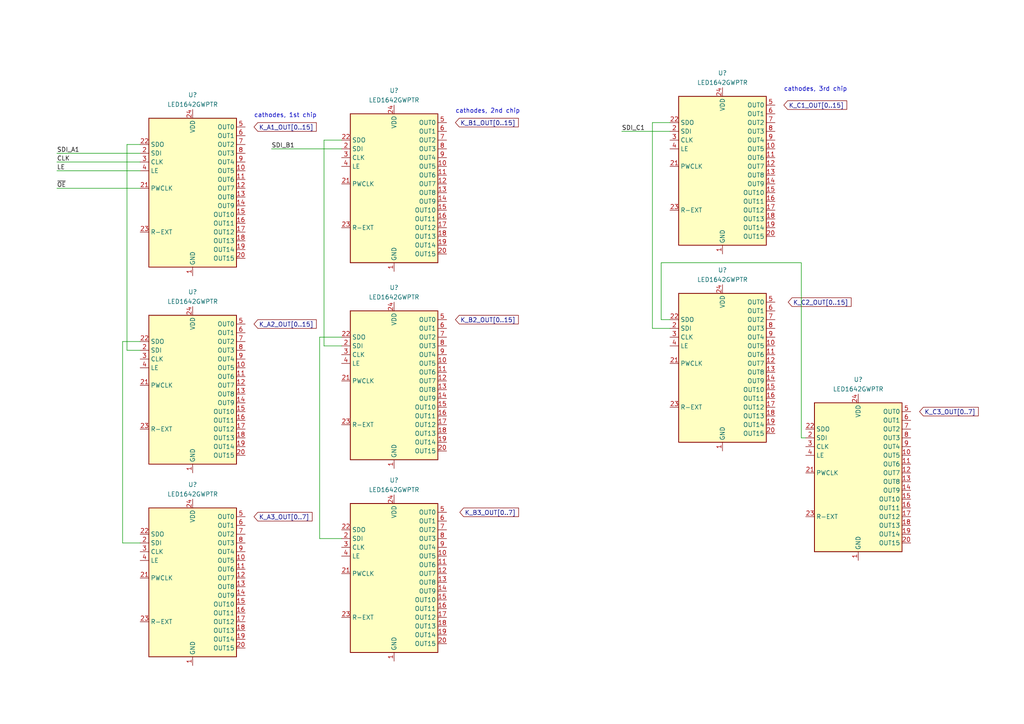
<source format=kicad_sch>
(kicad_sch (version 20210621) (generator eeschema)
  (paper "A4")
  (lib_symbols
    (symbol "Driver_LED:LED1642GWPTR"
      (property "Reference" "U" (at -12.7 21.59 0))
      (property "Value" "LED1642GWPTR" (at 2.54 21.59 0))
      (symbol "LED1642GWPTR_0_1"
        (rectangle (start -12.7 20.32) (end 12.7 -22.86) (stroke (width 0.254)) (fill (type background)))
      )
      (symbol "LED1642GWPTR_1_1"
        (pin power_in line (at 0 -25.4 90) (length 2.54) (name "GND") (number "1"))
        (pin output line (at 15.24 5.08 180) (length 2.54) (name "OUT5") (number "10"))
        (pin output line (at 15.24 2.54 180) (length 2.54) (name "OUT6") (number "11"))
        (pin output line (at 15.24 0 180) (length 2.54) (name "OUT7") (number "12"))
        (pin output line (at 15.24 -2.54 180) (length 2.54) (name "OUT8") (number "13"))
        (pin output line (at 15.24 -5.08 180) (length 2.54) (name "OUT9") (number "14"))
        (pin output line (at 15.24 -7.62 180) (length 2.54) (name "OUT10") (number "15"))
        (pin output line (at 15.24 -10.16 180) (length 2.54) (name "OUT11") (number "16"))
        (pin output line (at 15.24 -12.7 180) (length 2.54) (name "OUT12") (number "17"))
        (pin output line (at 15.24 -15.24 180) (length 2.54) (name "OUT13") (number "18"))
        (pin output line (at 15.24 -17.78 180) (length 2.54) (name "OUT14") (number "19"))
        (pin input line (at -15.24 10.16 0) (length 2.54) (name "SDI") (number "2"))
        (pin output line (at 15.24 -20.32 180) (length 2.54) (name "OUT15") (number "20"))
        (pin input line (at -15.24 0 0) (length 2.54) (name "PWCLK") (number "21"))
        (pin output line (at -15.24 12.7 0) (length 2.54) (name "SDO") (number "22"))
        (pin passive line (at -15.24 -12.7 0) (length 2.54) (name "R-EXT") (number "23"))
        (pin power_in line (at 0 22.86 270) (length 2.54) (name "VDD") (number "24"))
        (pin input line (at -15.24 7.62 0) (length 2.54) (name "CLK") (number "3"))
        (pin input line (at -15.24 5.08 0) (length 2.54) (name "LE") (number "4"))
        (pin output line (at 15.24 17.78 180) (length 2.54) (name "OUT0") (number "5"))
        (pin output line (at 15.24 15.24 180) (length 2.54) (name "OUT1") (number "6"))
        (pin output line (at 15.24 12.7 180) (length 2.54) (name "OUT2") (number "7"))
        (pin output line (at 15.24 10.16 180) (length 2.54) (name "OUT3") (number "8"))
        (pin output line (at 15.24 7.62 180) (length 2.54) (name "OUT4") (number "9"))
      )
    )
  )
  (wire (pts (xy 16.51 44.45) (xy 40.64 44.45)))
  (wire (pts (xy 16.51 46.99) (xy 40.64 46.99)))
  (wire (pts (xy 16.51 49.53) (xy 40.64 49.53)))
  (wire (pts (xy 16.51 54.61) (xy 40.64 54.61)))
  (wire (pts (xy 35.56 99.06) (xy 35.56 157.48)))
  (wire (pts (xy 35.56 157.48) (xy 40.64 157.48)))
  (wire (pts (xy 36.83 41.91) (xy 36.83 101.6)))
  (wire (pts (xy 36.83 101.6) (xy 40.64 101.6)))
  (wire (pts (xy 40.64 41.91) (xy 36.83 41.91)))
  (wire (pts (xy 40.64 99.06) (xy 35.56 99.06)))
  (wire (pts (xy 78.74 43.18) (xy 99.06 43.18)))
  (wire (pts (xy 92.71 97.79) (xy 92.71 156.21)))
  (wire (pts (xy 92.71 156.21) (xy 99.06 156.21)))
  (wire (pts (xy 93.98 40.64) (xy 93.98 100.33)))
  (wire (pts (xy 93.98 100.33) (xy 99.06 100.33)))
  (wire (pts (xy 99.06 40.64) (xy 93.98 40.64)))
  (wire (pts (xy 99.06 97.79) (xy 92.71 97.79)))
  (wire (pts (xy 180.34 38.1) (xy 194.31 38.1)))
  (wire (pts (xy 189.23 35.56) (xy 189.23 95.25)))
  (wire (pts (xy 189.23 95.25) (xy 194.31 95.25)))
  (wire (pts (xy 191.77 76.2) (xy 232.41 76.2)))
  (wire (pts (xy 191.77 92.71) (xy 191.77 76.2)))
  (wire (pts (xy 194.31 35.56) (xy 189.23 35.56)))
  (wire (pts (xy 194.31 92.71) (xy 191.77 92.71)))
  (wire (pts (xy 232.41 76.2) (xy 232.41 127)))
  (wire (pts (xy 232.41 127) (xy 233.68 127)))
  (text "cathodes, 1st chip" (at 73.66 34.29 0) (effects (font (size 1.27 1.27)) (justify left bottom)))
  (text "cathodes, 2nd chip" (at 132.08 33.02 0) (effects (font (size 1.27 1.27)) (justify left bottom)))
  (text "cathodes, 3rd chip" (at 227.33 26.67 0) (effects (font (size 1.27 1.27)) (justify left bottom)))
  (label "SDI_A1" (at 16.51 44.45 0))
  (label "CLK" (at 16.51 46.99 0))
  (label "LE" (at 16.51 49.53 0))
  (label "~{OE}" (at 16.51 54.61 0))
  (label "SDI_B1" (at 78.74 43.18 0))
  (label "SDI_C1" (at 180.34 38.1 0))
  (global_label "K_A1_OUT[0..15]" (shape input) (at 73.66 36.83 0) (property "Intersheet References" "${INTERSHEET_REFS}" (effects hide)))
  (global_label "K_A2_OUT[0..15]" (shape input) (at 73.66 93.98 0) (property "Intersheet References" "${INTERSHEET_REFS}" (effects hide)))
  (global_label "K_A3_OUT[0..7]" (shape input) (at 73.66 149.86 0) (property "Intersheet References" "${INTERSHEET_REFS}" (effects hide)))
  (global_label "K_B1_OUT[0..15]" (shape input) (at 132.08 35.56 0) (property "Intersheet References" "${INTERSHEET_REFS}" (effects hide)))
  (global_label "K_B2_OUT[0..15]" (shape input) (at 132.08 92.71 0) (property "Intersheet References" "${INTERSHEET_REFS}" (effects hide)))
  (global_label "K_B3_OUT[0..7]" (shape input) (at 133.35 148.59 0) (property "Intersheet References" "${INTERSHEET_REFS}" (effects hide)))
  (global_label "K_C1_OUT[0..15]" (shape input) (at 227.33 30.48 0) (property "Intersheet References" "${INTERSHEET_REFS}" (effects hide)))
  (global_label "K_C2_OUT[0..15]" (shape input) (at 228.6 87.63 0) (property "Intersheet References" "${INTERSHEET_REFS}" (effects hide)))
  (global_label "K_C3_OUT[0..7]" (shape input) (at 266.7 119.38 0) (property "Intersheet References" "${INTERSHEET_REFS}" (effects hide)))
  (symbol (lib_id "Driver_LED:LED1642GWPTR") (at 55.88 54.61 0) (unit 1)
    (property "Reference" "U?" (at 55.88 27.5294 0))
    (property "Value" "LED1642GWPTR" (at 55.88 30.3045 0))
    (property "Footprint" "Package_SO:QSOP-24_3.9x8.7mm_P0.635mm" (effects hide))
    (property "Datasheet" "https://www.st.com/resource/en/datasheet/led1642gw.pdf" (effects hide))
  )
  (symbol (lib_id "Driver_LED:LED1642GWPTR") (at 55.88 111.76 0) (unit 1)
    (property "Reference" "U?" (at 55.88 84.6794 0))
    (property "Value" "LED1642GWPTR" (at 55.88 87.4545 0))
    (property "Footprint" "Package_SO:QSOP-24_3.9x8.7mm_P0.635mm" (effects hide))
    (property "Datasheet" "https://www.st.com/resource/en/datasheet/led1642gw.pdf" (effects hide))
  )
  (symbol (lib_id "Driver_LED:LED1642GWPTR") (at 55.88 167.64 0) (unit 1)
    (property "Reference" "U?" (at 55.88 140.5594 0))
    (property "Value" "LED1642GWPTR" (at 55.88 143.3345 0))
    (property "Footprint" "Package_SO:QSOP-24_3.9x8.7mm_P0.635mm" (effects hide))
    (property "Datasheet" "https://www.st.com/resource/en/datasheet/led1642gw.pdf" (effects hide))
  )
  (symbol (lib_id "Driver_LED:LED1642GWPTR") (at 114.3 53.34 0) (unit 1)
    (property "Reference" "U?" (at 114.3 26.2594 0))
    (property "Value" "LED1642GWPTR" (at 114.3 29.0345 0))
    (property "Footprint" "Package_SO:QSOP-24_3.9x8.7mm_P0.635mm" (effects hide))
    (property "Datasheet" "https://www.st.com/resource/en/datasheet/led1642gw.pdf" (effects hide))
  )
  (symbol (lib_id "Driver_LED:LED1642GWPTR") (at 114.3 110.49 0) (unit 1)
    (property "Reference" "U?" (at 114.3 83.4094 0))
    (property "Value" "LED1642GWPTR" (at 114.3 86.1845 0))
    (property "Footprint" "Package_SO:QSOP-24_3.9x8.7mm_P0.635mm" (effects hide))
    (property "Datasheet" "https://www.st.com/resource/en/datasheet/led1642gw.pdf" (effects hide))
  )
  (symbol (lib_id "Driver_LED:LED1642GWPTR") (at 114.3 166.37 0) (unit 1)
    (property "Reference" "U?" (at 114.3 139.2894 0))
    (property "Value" "LED1642GWPTR" (at 114.3 142.0645 0))
    (property "Footprint" "Package_SO:QSOP-24_3.9x8.7mm_P0.635mm" (effects hide))
    (property "Datasheet" "https://www.st.com/resource/en/datasheet/led1642gw.pdf" (effects hide))
  )
  (symbol (lib_id "Driver_LED:LED1642GWPTR") (at 209.55 48.26 0) (unit 1)
    (property "Reference" "U?" (at 209.55 21.1794 0))
    (property "Value" "LED1642GWPTR" (at 209.55 23.9545 0))
    (property "Footprint" "Package_SO:QSOP-24_3.9x8.7mm_P0.635mm" (effects hide))
    (property "Datasheet" "https://www.st.com/resource/en/datasheet/led1642gw.pdf" (effects hide))
  )
  (symbol (lib_id "Driver_LED:LED1642GWPTR") (at 209.55 105.41 0) (unit 1)
    (property "Reference" "U?" (at 209.55 78.3294 0))
    (property "Value" "LED1642GWPTR" (at 209.55 81.1045 0))
    (property "Footprint" "Package_SO:QSOP-24_3.9x8.7mm_P0.635mm" (effects hide))
    (property "Datasheet" "https://www.st.com/resource/en/datasheet/led1642gw.pdf" (effects hide))
  )
  (symbol (lib_id "Driver_LED:LED1642GWPTR") (at 248.92 137.16 0) (unit 1)
    (property "Reference" "U?" (at 248.92 110.0794 0))
    (property "Value" "LED1642GWPTR" (at 248.92 112.8545 0))
    (property "Footprint" "Package_SO:QSOP-24_3.9x8.7mm_P0.635mm" (effects hide))
    (property "Datasheet" "https://www.st.com/resource/en/datasheet/led1642gw.pdf" (effects hide))
  )
)
</source>
